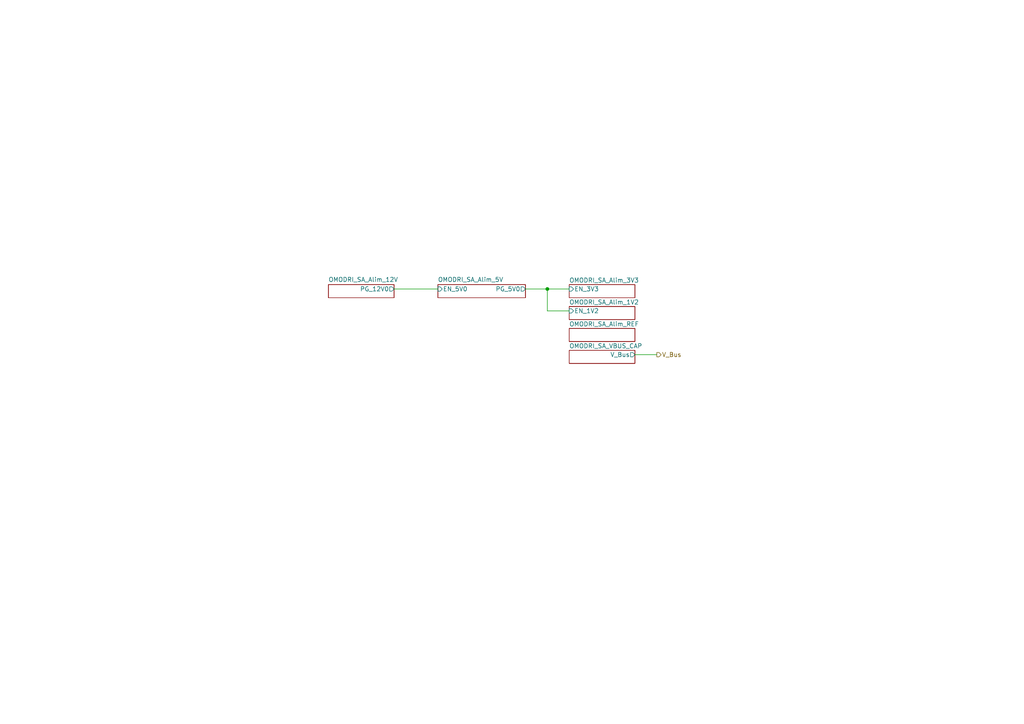
<source format=kicad_sch>
(kicad_sch
	(version 20231120)
	(generator "eeschema")
	(generator_version "8.0")
	(uuid "07c27aa0-81d0-44dc-a814-4d9b85a21a00")
	(paper "A4")
	(title_block
		(title "Open MOtor DRiver Initiative  - Single Axis (OMODRI_SA)")
		(date "2024-11-08")
		(rev "1.0")
		(company "LAAS/CNRS")
	)
	(lib_symbols)
	(junction
		(at 158.75 83.82)
		(diameter 0)
		(color 0 0 0 0)
		(uuid "609e776e-b106-4c9a-af1f-5dba14ed2561")
	)
	(wire
		(pts
			(xy 152.4 83.82) (xy 158.75 83.82)
		)
		(stroke
			(width 0)
			(type default)
		)
		(uuid "044e996c-14e5-49e4-9c69-80a5c9ffdc0c")
	)
	(wire
		(pts
			(xy 158.75 83.82) (xy 158.75 90.17)
		)
		(stroke
			(width 0)
			(type default)
		)
		(uuid "1cb6d52f-9807-46b8-bef3-3d7fe0ef298b")
	)
	(wire
		(pts
			(xy 158.75 83.82) (xy 165.1 83.82)
		)
		(stroke
			(width 0)
			(type default)
		)
		(uuid "680f1ba1-12a1-4531-a82a-d36d65f73812")
	)
	(wire
		(pts
			(xy 184.15 102.87) (xy 190.5 102.87)
		)
		(stroke
			(width 0)
			(type default)
		)
		(uuid "699ff2d7-6b88-461a-ab64-19d9d81069e9")
	)
	(wire
		(pts
			(xy 114.3 83.82) (xy 127 83.82)
		)
		(stroke
			(width 0)
			(type default)
		)
		(uuid "a6d8382c-6e45-48d7-8197-52fa9f7e680a")
	)
	(wire
		(pts
			(xy 158.75 90.17) (xy 165.1 90.17)
		)
		(stroke
			(width 0)
			(type default)
		)
		(uuid "cef7840d-4b86-4802-8e06-9b39e6972de0")
	)
	(hierarchical_label "V_Bus"
		(shape output)
		(at 190.5 102.87 0)
		(fields_autoplaced yes)
		(effects
			(font
				(size 1.27 1.27)
			)
			(justify left)
		)
		(uuid "247747b7-20bc-44e1-b6de-981c2cb71ee9")
	)
	(sheet
		(at 127 82.55)
		(size 25.4 3.81)
		(fields_autoplaced yes)
		(stroke
			(width 0)
			(type solid)
		)
		(fill
			(color 0 0 0 0.0000)
		)
		(uuid "00000000-0000-0000-0000-00005f5bd908")
		(property "Sheetname" "OMODRI_SA_Alim_5V"
			(at 127 81.8384 0)
			(effects
				(font
					(size 1.27 1.27)
				)
				(justify left bottom)
			)
		)
		(property "Sheetfile" "OMODRI_Alim_5V.kicad_sch"
			(at 127 86.9446 0)
			(effects
				(font
					(size 1.27 1.27)
				)
				(justify left top)
				(hide yes)
			)
		)
		(pin "EN_5V0" input
			(at 127 83.82 180)
			(effects
				(font
					(size 1.27 1.27)
				)
				(justify left)
			)
			(uuid "dc5df318-ebf5-4002-88f0-9c7b4880bb7d")
		)
		(pin "PG_5V0" output
			(at 152.4 83.82 0)
			(effects
				(font
					(size 1.27 1.27)
				)
				(justify right)
			)
			(uuid "9f1617e1-f84a-480c-9365-261dc9c2eb2c")
		)
		(instances
			(project "omodri_sa_laas"
				(path "/de5b13f0-933a-4c4d-9979-13dc57b13241/00000000-0000-0000-0000-00005f3a3f16"
					(page "21")
				)
			)
		)
	)
	(sheet
		(at 165.1 82.55)
		(size 19.05 3.81)
		(stroke
			(width 0)
			(type solid)
		)
		(fill
			(color 0 0 0 0.0000)
		)
		(uuid "00000000-0000-0000-0000-00005f5be68b")
		(property "Sheetname" "OMODRI_SA_Alim_3V3"
			(at 165.1 82.042 0)
			(effects
				(font
					(size 1.27 1.27)
				)
				(justify left bottom)
			)
		)
		(property "Sheetfile" "OMODRI_Alim_3V3.kicad_sch"
			(at 165.1 86.36 0)
			(effects
				(font
					(size 1.27 1.27)
				)
				(justify left top)
				(hide yes)
			)
		)
		(pin "EN_3V3" input
			(at 165.1 83.82 180)
			(effects
				(font
					(size 1.27 1.27)
				)
				(justify left)
			)
			(uuid "7eae29ac-83a2-4761-a957-df7f39d00135")
		)
		(instances
			(project "omodri_sa_laas"
				(path "/de5b13f0-933a-4c4d-9979-13dc57b13241/00000000-0000-0000-0000-00005f3a3f16"
					(page "22")
				)
			)
		)
	)
	(sheet
		(at 165.1 88.9)
		(size 19.05 3.81)
		(stroke
			(width 0)
			(type solid)
		)
		(fill
			(color 0 0 0 0.0000)
		)
		(uuid "00000000-0000-0000-0000-00005f5bf412")
		(property "Sheetname" "OMODRI_SA_Alim_1V2"
			(at 165.1 88.392 0)
			(effects
				(font
					(size 1.27 1.27)
				)
				(justify left bottom)
			)
		)
		(property "Sheetfile" "OMODRI_Alim_1V2.kicad_sch"
			(at 165.1 93.9296 0)
			(effects
				(font
					(size 1.27 1.27)
				)
				(justify left top)
				(hide yes)
			)
		)
		(pin "EN_1V2" input
			(at 165.1 90.17 180)
			(effects
				(font
					(size 1.27 1.27)
				)
				(justify left)
			)
			(uuid "23e40a22-05cd-4fc7-bee6-6fd45735ab9f")
		)
		(instances
			(project "omodri_sa_laas"
				(path "/de5b13f0-933a-4c4d-9979-13dc57b13241/00000000-0000-0000-0000-00005f3a3f16"
					(page "23")
				)
			)
		)
	)
	(sheet
		(at 165.1 95.25)
		(size 19.05 3.81)
		(stroke
			(width 0)
			(type solid)
		)
		(fill
			(color 0 0 0 0.0000)
		)
		(uuid "00000000-0000-0000-0000-00005f5c0183")
		(property "Sheetname" "OMODRI_SA_Alim_REF"
			(at 165.1 94.742 0)
			(effects
				(font
					(size 1.27 1.27)
				)
				(justify left bottom)
			)
		)
		(property "Sheetfile" "OMODRI_Alim_REF.kicad_sch"
			(at 165.1 99.06 0)
			(effects
				(font
					(size 1.27 1.27)
				)
				(justify left top)
				(hide yes)
			)
		)
		(instances
			(project "omodri_sa_laas"
				(path "/de5b13f0-933a-4c4d-9979-13dc57b13241/00000000-0000-0000-0000-00005f3a3f16"
					(page "24")
				)
			)
		)
	)
	(sheet
		(at 165.1 101.6)
		(size 19.05 3.81)
		(stroke
			(width 0)
			(type solid)
		)
		(fill
			(color 0 0 0 0.0000)
		)
		(uuid "ad1c315f-0cb6-4641-918d-19b8fecb440d")
		(property "Sheetname" "OMODRI_SA_VBUS_CAP"
			(at 165.1 101.092 0)
			(effects
				(font
					(size 1.27 1.27)
				)
				(justify left bottom)
			)
		)
		(property "Sheetfile" "OMODRI_POWER_CAP.kicad_sch"
			(at 165.1 105.41 0)
			(effects
				(font
					(size 1.27 1.27)
				)
				(justify left top)
				(hide yes)
			)
		)
		(pin "V_Bus" output
			(at 184.15 102.87 0)
			(effects
				(font
					(size 1.27 1.27)
				)
				(justify right)
			)
			(uuid "2d0edeb0-31d5-42db-9385-642df1bcb596")
		)
		(instances
			(project "omodri_sa_laas"
				(path "/de5b13f0-933a-4c4d-9979-13dc57b13241/00000000-0000-0000-0000-00005f3a3f16"
					(page "19")
				)
			)
		)
	)
	(sheet
		(at 95.25 82.55)
		(size 19.05 3.81)
		(fields_autoplaced yes)
		(stroke
			(width 0.1524)
			(type solid)
		)
		(fill
			(color 0 0 0 0.0000)
		)
		(uuid "f2e4b637-b410-4c88-a5bd-ca173e5a2c6b")
		(property "Sheetname" "OMODRI_SA_Alim_12V"
			(at 95.25 81.8384 0)
			(effects
				(font
					(size 1.27 1.27)
				)
				(justify left bottom)
			)
		)
		(property "Sheetfile" "OMODRI_Alim_12V.kicad_sch"
			(at 95.25 86.9446 0)
			(effects
				(font
					(size 1.27 1.27)
				)
				(justify left top)
				(hide yes)
			)
		)
		(pin "PG_12V0" output
			(at 114.3 83.82 0)
			(effects
				(font
					(size 1.27 1.27)
				)
				(justify right)
			)
			(uuid "3ff151e8-b124-4ac3-ab51-1eae50fa06db")
		)
		(instances
			(project "omodri_sa_laas"
				(path "/de5b13f0-933a-4c4d-9979-13dc57b13241/00000000-0000-0000-0000-00005f3a3f16"
					(page "20")
				)
			)
		)
	)
)

</source>
